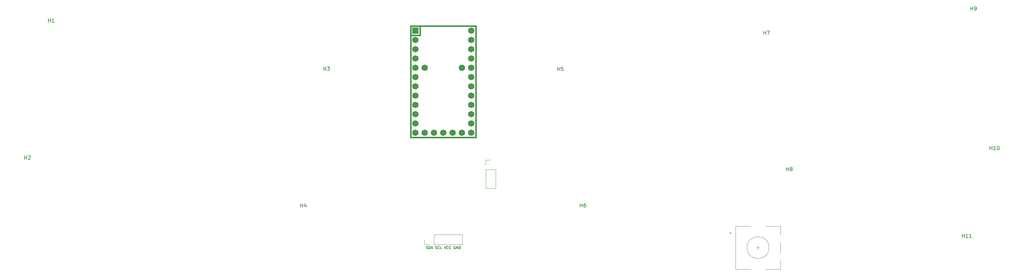
<source format=gbr>
%TF.GenerationSoftware,KiCad,Pcbnew,(6.0.9-0)*%
%TF.CreationDate,2023-02-13T21:26:21+01:00*%
%TF.ProjectId,pcb,7063622e-6b69-4636-9164-5f7063625858,rev?*%
%TF.SameCoordinates,Original*%
%TF.FileFunction,Legend,Top*%
%TF.FilePolarity,Positive*%
%FSLAX46Y46*%
G04 Gerber Fmt 4.6, Leading zero omitted, Abs format (unit mm)*
G04 Created by KiCad (PCBNEW (6.0.9-0)) date 2023-02-13 21:26:21*
%MOMM*%
%LPD*%
G01*
G04 APERTURE LIST*
%ADD10C,0.150000*%
%ADD11C,0.381000*%
%ADD12C,0.120000*%
%ADD13R,1.752600X1.752600*%
%ADD14C,1.752600*%
G04 APERTURE END LIST*
D10*
X186121466Y-102289733D02*
X186221466Y-102323066D01*
X186388133Y-102323066D01*
X186454800Y-102289733D01*
X186488133Y-102256400D01*
X186521466Y-102189733D01*
X186521466Y-102123066D01*
X186488133Y-102056400D01*
X186454800Y-102023066D01*
X186388133Y-101989733D01*
X186254800Y-101956400D01*
X186188133Y-101923066D01*
X186154800Y-101889733D01*
X186121466Y-101823066D01*
X186121466Y-101756400D01*
X186154800Y-101689733D01*
X186188133Y-101656400D01*
X186254800Y-101623066D01*
X186421466Y-101623066D01*
X186521466Y-101656400D01*
X186821466Y-102323066D02*
X186821466Y-101623066D01*
X186988133Y-101623066D01*
X187088133Y-101656400D01*
X187154800Y-101723066D01*
X187188133Y-101789733D01*
X187221466Y-101923066D01*
X187221466Y-102023066D01*
X187188133Y-102156400D01*
X187154800Y-102223066D01*
X187088133Y-102289733D01*
X186988133Y-102323066D01*
X186821466Y-102323066D01*
X187488133Y-102123066D02*
X187821466Y-102123066D01*
X187421466Y-102323066D02*
X187654800Y-101623066D01*
X187888133Y-102323066D01*
X188621466Y-102289733D02*
X188721466Y-102323066D01*
X188888133Y-102323066D01*
X188954800Y-102289733D01*
X188988133Y-102256400D01*
X189021466Y-102189733D01*
X189021466Y-102123066D01*
X188988133Y-102056400D01*
X188954800Y-102023066D01*
X188888133Y-101989733D01*
X188754800Y-101956400D01*
X188688133Y-101923066D01*
X188654800Y-101889733D01*
X188621466Y-101823066D01*
X188621466Y-101756400D01*
X188654800Y-101689733D01*
X188688133Y-101656400D01*
X188754800Y-101623066D01*
X188921466Y-101623066D01*
X189021466Y-101656400D01*
X189721466Y-102256400D02*
X189688133Y-102289733D01*
X189588133Y-102323066D01*
X189521466Y-102323066D01*
X189421466Y-102289733D01*
X189354800Y-102223066D01*
X189321466Y-102156400D01*
X189288133Y-102023066D01*
X189288133Y-101923066D01*
X189321466Y-101789733D01*
X189354800Y-101723066D01*
X189421466Y-101656400D01*
X189521466Y-101623066D01*
X189588133Y-101623066D01*
X189688133Y-101656400D01*
X189721466Y-101689733D01*
X190354800Y-102323066D02*
X190021466Y-102323066D01*
X190021466Y-101623066D01*
X191021466Y-101623066D02*
X191254800Y-102323066D01*
X191488133Y-101623066D01*
X192121466Y-102256400D02*
X192088133Y-102289733D01*
X191988133Y-102323066D01*
X191921466Y-102323066D01*
X191821466Y-102289733D01*
X191754800Y-102223066D01*
X191721466Y-102156400D01*
X191688133Y-102023066D01*
X191688133Y-101923066D01*
X191721466Y-101789733D01*
X191754800Y-101723066D01*
X191821466Y-101656400D01*
X191921466Y-101623066D01*
X191988133Y-101623066D01*
X192088133Y-101656400D01*
X192121466Y-101689733D01*
X192821466Y-102256400D02*
X192788133Y-102289733D01*
X192688133Y-102323066D01*
X192621466Y-102323066D01*
X192521466Y-102289733D01*
X192454800Y-102223066D01*
X192421466Y-102156400D01*
X192388133Y-102023066D01*
X192388133Y-101923066D01*
X192421466Y-101789733D01*
X192454800Y-101723066D01*
X192521466Y-101656400D01*
X192621466Y-101623066D01*
X192688133Y-101623066D01*
X192788133Y-101656400D01*
X192821466Y-101689733D01*
X194021466Y-101656400D02*
X193954800Y-101623066D01*
X193854800Y-101623066D01*
X193754800Y-101656400D01*
X193688133Y-101723066D01*
X193654800Y-101789733D01*
X193621466Y-101923066D01*
X193621466Y-102023066D01*
X193654800Y-102156400D01*
X193688133Y-102223066D01*
X193754800Y-102289733D01*
X193854800Y-102323066D01*
X193921466Y-102323066D01*
X194021466Y-102289733D01*
X194054800Y-102256400D01*
X194054800Y-102023066D01*
X193921466Y-102023066D01*
X194354800Y-102323066D02*
X194354800Y-101623066D01*
X194754800Y-102323066D01*
X194754800Y-101623066D01*
X195088133Y-102323066D02*
X195088133Y-101623066D01*
X195254800Y-101623066D01*
X195354800Y-101656400D01*
X195421466Y-101723066D01*
X195454800Y-101789733D01*
X195488133Y-101923066D01*
X195488133Y-102023066D01*
X195454800Y-102156400D01*
X195421466Y-102223066D01*
X195354800Y-102289733D01*
X195254800Y-102323066D01*
X195088133Y-102323066D01*
%TO.C,H2*%
X76504895Y-77821180D02*
X76504895Y-76821180D01*
X76504895Y-77297371D02*
X77076323Y-77297371D01*
X77076323Y-77821180D02*
X77076323Y-76821180D01*
X77504895Y-76916419D02*
X77552514Y-76868800D01*
X77647752Y-76821180D01*
X77885847Y-76821180D01*
X77981085Y-76868800D01*
X78028704Y-76916419D01*
X78076323Y-77011657D01*
X78076323Y-77106895D01*
X78028704Y-77249752D01*
X77457276Y-77821180D01*
X78076323Y-77821180D01*
%TO.C,H7*%
X278231695Y-43683580D02*
X278231695Y-42683580D01*
X278231695Y-43159771D02*
X278803123Y-43159771D01*
X278803123Y-43683580D02*
X278803123Y-42683580D01*
X279184076Y-42683580D02*
X279850742Y-42683580D01*
X279422171Y-43683580D01*
%TO.C,H3*%
X158140495Y-53538780D02*
X158140495Y-52538780D01*
X158140495Y-53014971D02*
X158711923Y-53014971D01*
X158711923Y-53538780D02*
X158711923Y-52538780D01*
X159092876Y-52538780D02*
X159711923Y-52538780D01*
X159378590Y-52919733D01*
X159521447Y-52919733D01*
X159616685Y-52967352D01*
X159664304Y-53014971D01*
X159711923Y-53110209D01*
X159711923Y-53348304D01*
X159664304Y-53443542D01*
X159616685Y-53491161D01*
X159521447Y-53538780D01*
X159235733Y-53538780D01*
X159140495Y-53491161D01*
X159092876Y-53443542D01*
%TO.C,H6*%
X228142895Y-90927580D02*
X228142895Y-89927580D01*
X228142895Y-90403771D02*
X228714323Y-90403771D01*
X228714323Y-90927580D02*
X228714323Y-89927580D01*
X229619085Y-89927580D02*
X229428609Y-89927580D01*
X229333371Y-89975200D01*
X229285752Y-90022819D01*
X229190514Y-90165676D01*
X229142895Y-90356152D01*
X229142895Y-90737104D01*
X229190514Y-90832342D01*
X229238133Y-90879961D01*
X229333371Y-90927580D01*
X229523847Y-90927580D01*
X229619085Y-90879961D01*
X229666704Y-90832342D01*
X229714323Y-90737104D01*
X229714323Y-90499009D01*
X229666704Y-90403771D01*
X229619085Y-90356152D01*
X229523847Y-90308533D01*
X229333371Y-90308533D01*
X229238133Y-90356152D01*
X229190514Y-90403771D01*
X229142895Y-90499009D01*
%TO.C,H9*%
X334721295Y-37079580D02*
X334721295Y-36079580D01*
X334721295Y-36555771D02*
X335292723Y-36555771D01*
X335292723Y-37079580D02*
X335292723Y-36079580D01*
X335816533Y-37079580D02*
X336007009Y-37079580D01*
X336102247Y-37031961D01*
X336149866Y-36984342D01*
X336245104Y-36841485D01*
X336292723Y-36651009D01*
X336292723Y-36270057D01*
X336245104Y-36174819D01*
X336197485Y-36127200D01*
X336102247Y-36079580D01*
X335911771Y-36079580D01*
X335816533Y-36127200D01*
X335768914Y-36174819D01*
X335721295Y-36270057D01*
X335721295Y-36508152D01*
X335768914Y-36603390D01*
X335816533Y-36651009D01*
X335911771Y-36698628D01*
X336102247Y-36698628D01*
X336197485Y-36651009D01*
X336245104Y-36603390D01*
X336292723Y-36508152D01*
%TO.C,H8*%
X284429295Y-81021580D02*
X284429295Y-80021580D01*
X284429295Y-80497771D02*
X285000723Y-80497771D01*
X285000723Y-81021580D02*
X285000723Y-80021580D01*
X285619771Y-80450152D02*
X285524533Y-80402533D01*
X285476914Y-80354914D01*
X285429295Y-80259676D01*
X285429295Y-80212057D01*
X285476914Y-80116819D01*
X285524533Y-80069200D01*
X285619771Y-80021580D01*
X285810247Y-80021580D01*
X285905485Y-80069200D01*
X285953104Y-80116819D01*
X286000723Y-80212057D01*
X286000723Y-80259676D01*
X285953104Y-80354914D01*
X285905485Y-80402533D01*
X285810247Y-80450152D01*
X285619771Y-80450152D01*
X285524533Y-80497771D01*
X285476914Y-80545390D01*
X285429295Y-80640628D01*
X285429295Y-80831104D01*
X285476914Y-80926342D01*
X285524533Y-80973961D01*
X285619771Y-81021580D01*
X285810247Y-81021580D01*
X285905485Y-80973961D01*
X285953104Y-80926342D01*
X286000723Y-80831104D01*
X286000723Y-80640628D01*
X285953104Y-80545390D01*
X285905485Y-80497771D01*
X285810247Y-80450152D01*
%TO.C,H4*%
X151841295Y-90927580D02*
X151841295Y-89927580D01*
X151841295Y-90403771D02*
X152412723Y-90403771D01*
X152412723Y-90927580D02*
X152412723Y-89927580D01*
X153317485Y-90260914D02*
X153317485Y-90927580D01*
X153079390Y-89879961D02*
X152841295Y-90594247D01*
X153460342Y-90594247D01*
%TO.C,H11*%
X332416304Y-99258780D02*
X332416304Y-98258780D01*
X332416304Y-98734971D02*
X332987733Y-98734971D01*
X332987733Y-99258780D02*
X332987733Y-98258780D01*
X333987733Y-99258780D02*
X333416304Y-99258780D01*
X333702019Y-99258780D02*
X333702019Y-98258780D01*
X333606780Y-98401638D01*
X333511542Y-98496876D01*
X333416304Y-98544495D01*
X334940114Y-99258780D02*
X334368685Y-99258780D01*
X334654400Y-99258780D02*
X334654400Y-98258780D01*
X334559161Y-98401638D01*
X334463923Y-98496876D01*
X334368685Y-98544495D01*
%TO.C,H10*%
X339985504Y-75230380D02*
X339985504Y-74230380D01*
X339985504Y-74706571D02*
X340556933Y-74706571D01*
X340556933Y-75230380D02*
X340556933Y-74230380D01*
X341556933Y-75230380D02*
X340985504Y-75230380D01*
X341271219Y-75230380D02*
X341271219Y-74230380D01*
X341175980Y-74373238D01*
X341080742Y-74468476D01*
X340985504Y-74516095D01*
X342175980Y-74230380D02*
X342271219Y-74230380D01*
X342366457Y-74278000D01*
X342414076Y-74325619D01*
X342461695Y-74420857D01*
X342509314Y-74611333D01*
X342509314Y-74849428D01*
X342461695Y-75039904D01*
X342414076Y-75135142D01*
X342366457Y-75182761D01*
X342271219Y-75230380D01*
X342175980Y-75230380D01*
X342080742Y-75182761D01*
X342033123Y-75135142D01*
X341985504Y-75039904D01*
X341937885Y-74849428D01*
X341937885Y-74611333D01*
X341985504Y-74420857D01*
X342033123Y-74325619D01*
X342080742Y-74278000D01*
X342175980Y-74230380D01*
%TO.C,H1*%
X83007295Y-40330780D02*
X83007295Y-39330780D01*
X83007295Y-39806971D02*
X83578723Y-39806971D01*
X83578723Y-40330780D02*
X83578723Y-39330780D01*
X84578723Y-40330780D02*
X84007295Y-40330780D01*
X84293009Y-40330780D02*
X84293009Y-39330780D01*
X84197771Y-39473638D01*
X84102533Y-39568876D01*
X84007295Y-39616495D01*
%TO.C,H5*%
X221894495Y-53589580D02*
X221894495Y-52589580D01*
X221894495Y-53065771D02*
X222465923Y-53065771D01*
X222465923Y-53589580D02*
X222465923Y-52589580D01*
X223418304Y-52589580D02*
X222942114Y-52589580D01*
X222894495Y-53065771D01*
X222942114Y-53018152D01*
X223037352Y-52970533D01*
X223275447Y-52970533D01*
X223370685Y-53018152D01*
X223418304Y-53065771D01*
X223465923Y-53161009D01*
X223465923Y-53399104D01*
X223418304Y-53494342D01*
X223370685Y-53541961D01*
X223275447Y-53589580D01*
X223037352Y-53589580D01*
X222942114Y-53541961D01*
X222894495Y-53494342D01*
D11*
%TO.C,U1*%
X184404000Y-43891200D02*
X181864000Y-43891200D01*
X181864000Y-41351200D02*
X181864000Y-71831200D01*
X184404000Y-41351200D02*
X184404000Y-43891200D01*
X181864000Y-71831200D02*
X199644000Y-71831200D01*
X199644000Y-71831200D02*
X199644000Y-41351200D01*
X199644000Y-41351200D02*
X181864000Y-41351200D01*
D12*
%TO.C,LED0*%
X202378000Y-80634600D02*
X205038000Y-80634600D01*
X205038000Y-80634600D02*
X205038000Y-85774600D01*
X202378000Y-78034600D02*
X203708000Y-78034600D01*
X202378000Y-85774600D02*
X205038000Y-85774600D01*
X202378000Y-80634600D02*
X202378000Y-85774600D01*
X202378000Y-79364600D02*
X202378000Y-78034600D01*
%TO.C,OLED0*%
X188224000Y-101101200D02*
X188224000Y-98441200D01*
X195904000Y-101101200D02*
X195904000Y-98441200D01*
X188224000Y-98441200D02*
X195904000Y-98441200D01*
X188224000Y-101101200D02*
X195904000Y-101101200D01*
X185624000Y-101101200D02*
X185624000Y-99771200D01*
X186954000Y-101101200D02*
X185624000Y-101101200D01*
%TO.C,SW1*%
X268856800Y-97906400D02*
X269456800Y-97906400D01*
X270556800Y-96106400D02*
X270556800Y-107906400D01*
X269456800Y-97906400D02*
X269156800Y-98206400D01*
X282756800Y-105506400D02*
X282756800Y-107906400D01*
X274656800Y-107906400D02*
X270556800Y-107906400D01*
X269156800Y-98206400D02*
X268856800Y-97906400D01*
X278656800Y-96106400D02*
X282756800Y-96106400D01*
X282756800Y-100706400D02*
X282756800Y-103306400D01*
X282756800Y-96106400D02*
X282756800Y-98506400D01*
X274656800Y-96106400D02*
X270556800Y-96106400D01*
X276156800Y-102006400D02*
X277156800Y-102006400D01*
X276656800Y-101506400D02*
X276656800Y-102506400D01*
X282756800Y-107906400D02*
X278656800Y-107906400D01*
X279656800Y-102006400D02*
G75*
G03*
X279656800Y-102006400I-3000000J0D01*
G01*
%TD*%
D13*
%TO.C,U1*%
X183134000Y-42621200D03*
D14*
X183134000Y-45161200D03*
X183134000Y-47701200D03*
X183134000Y-50241200D03*
X183134000Y-52781200D03*
X183134000Y-55321200D03*
X183134000Y-57861200D03*
X183134000Y-60401200D03*
X183134000Y-62941200D03*
X183134000Y-65481200D03*
X183134000Y-68021200D03*
X183134000Y-70561200D03*
X185674000Y-70561200D03*
X188214000Y-70561200D03*
X190754000Y-70561200D03*
X193294000Y-70561200D03*
X195834000Y-70561200D03*
X198374000Y-70561200D03*
X198374000Y-68021200D03*
X198374000Y-65481200D03*
X198374000Y-62941200D03*
X198374000Y-60401200D03*
X198374000Y-57861200D03*
X198374000Y-55321200D03*
X198374000Y-52781200D03*
X198374000Y-50241200D03*
X198374000Y-47701200D03*
X198374000Y-45161200D03*
X198374000Y-42621200D03*
X195834000Y-52781200D03*
X185674000Y-52781200D03*
%TD*%
M02*

</source>
